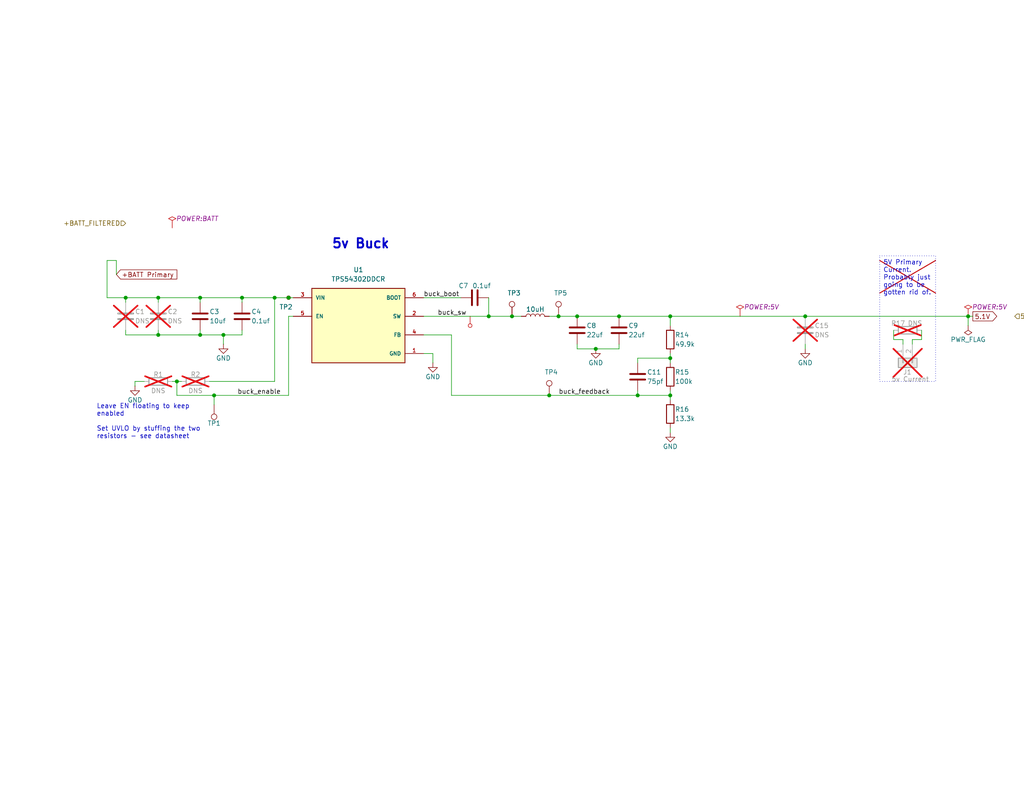
<source format=kicad_sch>
(kicad_sch (version 20231120) (generator "eeschema") (generator_version "8.0")
  (paper "A")
  (lib_symbols
    (symbol "Connector:TestPoint" (pin_numbers hide) (pin_names (offset 0.762) hide)
      (property "Reference" "TP" (at 0 6.858 0))
      (property "Value" "TestPoint" (at 0 5.08 0))
      (symbol "TestPoint_0_1"
        (circle (center 0 3.302) (radius 0.762))
      )
      (symbol "TestPoint_1_1"
        (pin passive line (at 0 0 90) (length 2.54) (name "1") (number "1"))
      )
    )
    (symbol "Connector:TestPoint_Small" (pin_numbers hide) (pin_names (offset 0.762) hide)
      (property "Reference" "TP" (at 0 3.81 0))
      (property "Value" "TestPoint_Small" (at 0 2.032 0))
      (symbol "TestPoint_Small_0_1"
        (circle (center 0 0) (radius 0.508))
      )
      (symbol "TestPoint_Small_1_1"
        (pin passive line (at 0 0 90) (length 0) (name "1") (number "1"))
      )
    )
    (symbol "Connector_Generic:Conn_01x02" (pin_names (offset 1.016) hide)
      (property "Reference" "J" (at 0 2.54 0))
      (property "Value" "Conn_01x02" (at 0 -5.08 0))
      (symbol "Conn_01x02_1_1"
        (rectangle (start -1.27 -2.413) (end 0 -2.667) (stroke (width 0.1524)))
        (rectangle (start -1.27 0.127) (end 0 -0.127) (stroke (width 0.1524)))
        (rectangle (start -1.27 1.27) (end 1.27 -3.81) (stroke (width 0.254)) (fill (type background)))
        (pin passive line (at -5.08 0 0) (length 3.81) (name "Pin_1") (number "1"))
        (pin passive line (at -5.08 -2.54 0) (length 3.81) (name "Pin_2") (number "2"))
      )
    )
    (symbol "Device:C" (pin_numbers hide) (pin_names (offset 0.254))
      (property "Reference" "C" (at 0.635 2.54 0))
      (property "Value" "C" (at 0.635 -2.54 0))
      (symbol "C_0_1"
        (polyline (pts (xy -2.032 -0.762) (xy 2.032 -0.762)) (stroke (width 0.508)))
        (polyline (pts (xy -2.032 0.762) (xy 2.032 0.762)) (stroke (width 0.508)))
      )
      (symbol "C_1_1"
        (pin passive line (at 0 3.81 270) (length 2.794) (name "~") (number "1"))
        (pin passive line (at 0 -3.81 90) (length 2.794) (name "~") (number "2"))
      )
    )
    (symbol "Device:L" (pin_numbers hide) (pin_names (offset 1.016) hide)
      (property "Reference" "L" (at -1.27 0 90))
      (property "Value" "L" (at 1.905 0 90))
      (symbol "L_0_1"
        (arc (start 0 -2.54) (mid 0.6323 -1.905) (end 0 -1.27))
        (arc (start 0 -1.27) (mid 0.6323 -0.635) (end 0 0))
        (arc (start 0 0) (mid 0.6323 0.635) (end 0 1.27))
        (arc (start 0 1.27) (mid 0.6323 1.905) (end 0 2.54))
      )
      (symbol "L_1_1"
        (pin passive line (at 0 3.81 270) (length 1.27) (name "1") (number "1"))
        (pin passive line (at 0 -3.81 90) (length 1.27) (name "2") (number "2"))
      )
    )
    (symbol "Device:R" (pin_numbers hide) (pin_names (offset 0))
      (property "Reference" "R" (at 2.032 0 90))
      (property "Value" "R" (at 0 0 90))
      (symbol "R_0_1"
        (rectangle (start -1.016 -2.54) (end 1.016 2.54) (stroke (width 0.254)))
      )
      (symbol "R_1_1"
        (pin passive line (at 0 3.81 270) (length 1.27) (name "~") (number "1"))
        (pin passive line (at 0 -3.81 90) (length 1.27) (name "~") (number "2"))
      )
    )
    (symbol "power:GND" (power) (pin_numbers hide) (pin_names (offset 0) hide)
      (property "Value" "GND" (at 0 -3.81 0))
      (symbol "GND_0_1"
        (polyline (pts (xy 0 0) (xy 0 -1.27) (xy 1.27 -1.27) (xy 0 -2.54) (xy -1.27 -1.27) (xy 0 -1.27)))
      )
      (symbol "GND_1_1"
        (pin power_in line (at 0 0 270) (length 0) (name "~") (number "1"))
      )
    )
    (symbol "power:PWR_FLAG" (power) (pin_numbers hide) (pin_names (offset 0) hide)
      (property "Value" "PWR_FLAG" (at 0 3.81 0))
      (symbol "PWR_FLAG_0_0"
        (pin power_out line (at 0 0 90) (length 0) (name "~") (number "1"))
      )
      (symbol "PWR_FLAG_0_1"
        (polyline (pts (xy 0 0) (xy 0 1.27) (xy -1.016 1.905) (xy 0 2.54) (xy 1.016 1.905) (xy 0 1.27)))
      )
    )
    (symbol "project_symbols:TPS54302DDCR" (pin_names (offset 1.016))
      (property "Reference" "U" (at -12.7 11.16 0))
      (property "Value" "TPS54302DDCR" (at -12.7 -11.62 0))
      (symbol "TPS54302DDCR_0_0"
        (rectangle (start -12.7 -10.16) (end 12.7 10.16) (stroke (width 0.254)) (fill (type background)))
        (pin power_in line (at 17.78 -7.62 180) (length 5.08) (name "GND") (number "1"))
        (pin output line (at 17.78 2.54 180) (length 5.08) (name "SW") (number "2"))
        (pin power_in line (at -17.78 7.62 0) (length 5.08) (name "VIN") (number "3"))
        (pin input line (at 17.78 -2.54 180) (length 5.08) (name "FB") (number "4"))
        (pin input line (at -17.78 2.54 0) (length 5.08) (name "EN") (number "5"))
        (pin output line (at 17.78 7.62 180) (length 5.08) (name "BOOT") (number "6"))
      )
    )
  )
  (junction (at 66.04 81.28))
  (junction (at 78.74 81.28))
  (junction (at 219.71 86.36))
  (junction (at 168.91 86.36))
  (junction (at 162.56 95.25))
  (junction (at 133.35 86.36))
  (junction (at 54.61 91.44))
  (junction (at 48.26 104.14))
  (junction (at 43.18 91.44))
  (junction (at 139.7 86.36))
  (junction (at 152.4 86.36))
  (junction (at 264.16 86.36))
  (junction (at 60.96 91.44))
  (junction (at 182.88 86.36))
  (junction (at 182.88 107.95))
  (junction (at 58.42 107.95))
  (junction (at 182.88 97.79))
  (junction (at 157.48 86.36))
  (junction (at 54.61 81.28))
  (junction (at 34.29 81.28))
  (junction (at 74.93 81.28))
  (junction (at 43.18 81.28))
  (junction (at 173.99 107.95))
  (junction (at 149.86 107.95))
  (wire (pts (xy 152.4 86.36) (xy 157.48 86.36)))
  (wire (pts (xy 182.88 106.68) (xy 182.88 107.95)))
  (wire (pts (xy 123.19 107.95) (xy 149.86 107.95)))
  (wire (pts (xy 162.56 95.25) (xy 168.91 95.25)))
  (wire (pts (xy 264.16 86.36) (xy 265.43 86.36)))
  (wire (pts (xy 74.93 81.28) (xy 74.93 104.14)))
  (wire (pts (xy 48.26 104.14) (xy 49.53 104.14)))
  (wire (pts (xy 149.86 86.36) (xy 152.4 86.36)))
  (wire (pts (xy 66.04 91.44) (xy 66.04 90.17)))
  (wire (pts (xy 60.96 91.44) (xy 54.61 91.44)))
  (wire (pts (xy 58.42 107.95) (xy 78.74 107.95)))
  (wire (pts (xy 78.74 86.36) (xy 80.01 86.36)))
  (wire (pts (xy 123.19 91.44) (xy 123.19 107.95)))
  (wire (pts (xy 74.93 81.28) (xy 78.74 81.28)))
  (wire (pts (xy 182.88 86.36) (xy 219.71 86.36)))
  (wire (pts (xy 48.26 107.95) (xy 48.26 104.14)))
  (wire (pts (xy 58.42 110.49) (xy 58.42 107.95)))
  (wire (pts (xy 182.88 116.84) (xy 182.88 118.11)))
  (wire (pts (xy 173.99 107.95) (xy 182.88 107.95)))
  (wire (pts (xy 29.21 71.12) (xy 29.21 81.28)))
  (wire (pts (xy 157.48 95.25) (xy 162.56 95.25)))
  (wire (pts (xy 54.61 81.28) (xy 66.04 81.28)))
  (wire (pts (xy 43.18 81.28) (xy 43.18 82.55)))
  (wire (pts (xy 173.99 106.68) (xy 173.99 107.95)))
  (wire (pts (xy 173.99 97.79) (xy 182.88 97.79)))
  (wire (pts (xy 243.84 92.71) (xy 243.84 90.17)))
  (wire (pts (xy 219.71 93.98) (xy 219.71 95.25)))
  (wire (pts (xy 133.35 86.36) (xy 139.7 86.36)))
  (wire (pts (xy 46.99 104.14) (xy 48.26 104.14)))
  (wire (pts (xy 219.71 86.36) (xy 264.16 86.36)))
  (wire (pts (xy 36.83 105.41) (xy 36.83 104.14)))
  (wire (pts (xy 31.75 71.12) (xy 31.75 74.93)))
  (wire (pts (xy 43.18 91.44) (xy 54.61 91.44)))
  (polyline (pts (xy 240.03 80.01) (xy 255.27 71.12)) (stroke (width 0.254) (type solid) (color 194 0 0 1)))
  (wire (pts (xy 168.91 95.25) (xy 168.91 93.98)))
  (wire (pts (xy 149.86 107.95) (xy 173.99 107.95)))
  (wire (pts (xy 43.18 81.28) (xy 54.61 81.28)))
  (wire (pts (xy 139.7 86.36) (xy 142.24 86.36)))
  (wire (pts (xy 66.04 81.28) (xy 74.93 81.28)))
  (wire (pts (xy 34.29 91.44) (xy 43.18 91.44)))
  (wire (pts (xy 182.88 96.52) (xy 182.88 97.79)))
  (wire (pts (xy 29.21 81.28) (xy 34.29 81.28)))
  (wire (pts (xy 168.91 86.36) (xy 182.88 86.36)))
  (wire (pts (xy 133.35 86.36) (xy 133.35 81.28)))
  (wire (pts (xy 118.11 96.52) (xy 118.11 99.06)))
  (wire (pts (xy 115.57 96.52) (xy 118.11 96.52)))
  (wire (pts (xy 31.75 71.12) (xy 29.21 71.12)))
  (wire (pts (xy 57.15 104.14) (xy 74.93 104.14)))
  (wire (pts (xy 248.92 92.71) (xy 248.92 93.98)))
  (wire (pts (xy 264.16 88.9) (xy 264.16 86.36)))
  (wire (pts (xy 182.88 86.36) (xy 182.88 88.9)))
  (wire (pts (xy 34.29 81.28) (xy 43.18 81.28)))
  (wire (pts (xy 157.48 95.25) (xy 157.48 93.98)))
  (wire (pts (xy 43.18 90.17) (xy 43.18 91.44)))
  (wire (pts (xy 115.57 86.36) (xy 133.35 86.36)))
  (wire (pts (xy 66.04 82.55) (xy 66.04 81.28)))
  (wire (pts (xy 251.46 92.71) (xy 251.46 90.17)))
  (wire (pts (xy 173.99 99.06) (xy 173.99 97.79)))
  (wire (pts (xy 182.88 107.95) (xy 182.88 109.22)))
  (wire (pts (xy 246.38 92.71) (xy 243.84 92.71)))
  (wire (pts (xy 60.96 93.98) (xy 60.96 91.44)))
  (wire (pts (xy 157.48 86.36) (xy 168.91 86.36)))
  (wire (pts (xy 115.57 81.28) (xy 125.73 81.28)))
  (polyline (pts (xy 255.27 80.01) (xy 240.03 71.12)) (stroke (width 0.254) (type solid) (color 194 0 0 1)))
  (wire (pts (xy 246.38 92.71) (xy 246.38 93.98)))
  (wire (pts (xy 66.04 91.44) (xy 60.96 91.44)))
  (wire (pts (xy 54.61 82.55) (xy 54.61 81.28)))
  (wire (pts (xy 34.29 90.17) (xy 34.29 91.44)))
  (wire (pts (xy 248.92 92.71) (xy 251.46 92.71)))
  (wire (pts (xy 78.74 86.36) (xy 78.74 107.95)))
  (wire (pts (xy 48.26 107.95) (xy 58.42 107.95)))
  (wire (pts (xy 78.74 81.28) (xy 80.01 81.28)))
  (wire (pts (xy 54.61 91.44) (xy 54.61 90.17)))
  (wire (pts (xy 182.88 97.79) (xy 182.88 99.06)))
  (wire (pts (xy 123.19 91.44) (xy 115.57 91.44)))
  (wire (pts (xy 34.29 81.28) (xy 34.29 82.55)))
  (wire (pts (xy 36.83 104.14) (xy 39.37 104.14)))
  (rectangle (start 240.03 69.85) (end 255.27 104.14) (stroke (width 0) (type dot)))
  (text_box "Leave EN floating to keep enabled\n\nSet UVLO by stuffing the two resistors - see datasheet" (at 25.4 109.22 0) (size 30.48 11.43) (stroke (width -0.0001)) (effects (font (size 1.27 1.27)) (justify left bottom)))
  (text_box "5V Primary Current. Probably just going to be gotten rid of." (at 240.03 69.85 0) (size 15.24 8.89) (stroke (width -0.0001)) (effects (font (size 1.27 1.27)) (justify left top)))
  (text "5v Buck" (at 98.425 66.675 0) (effects (font (size 2.54 2.54) (thickness 0.508) (bold yes))))
  (label "buck_boot" (at 115.57 81.28 0))
  (label "buck_sw" (at 119.38 86.36 0))
  (label "buck_feedback" (at 152.4 107.95 0))
  (label "buck_enable" (at 64.77 107.95 0))
  (global_label "+BATT Primary" (shape input) (at 31.75 74.93 0) (property "Intersheetrefs" "${INTERSHEET_REFS}" (effects (hide yes))))
  (global_label "5.1V" (shape output) (at 265.43 86.36 0) (property "Intersheetrefs" "${INTERSHEET_REFS}" (effects (hide yes))))
  (hierarchical_label "5.1V_BUCK_OUTPUT" (shape input) (at 276.86 86.36 0))
  (hierarchical_label "+BATT_FILTERED" (shape input) (at 34.29 60.96 180))
  (netclass_flag "" (length 2.54) (shape diamond) (at 201.93 86.36 0) (property "Netclass" "POWER:5V" (at 202.946 83.82 0) (effects (font (italic yes)) (justify left))))
  (netclass_flag "" (length 2.54) (shape diamond) (at 46.99 62.23 0) (property "Netclass" "POWER:BATT" (at 48.006 59.69 0) (effects (font (italic yes)) (justify left))))
  (netclass_flag "" (length 2.54) (shape diamond) (at 264.16 86.36 0) (property "Netclass" "POWER:5V" (at 265.176 83.82 0) (effects (font (italic yes)) (justify left))))
  (netclass_flag "" (length 2.54) (shape round) (at 128.27 86.36 180) (property "Netclass" "POWER:5V" (effects (hide yes))))
  (symbol (lib_id "Device:R") (at 182.88 102.87 0) (unit 1)
    (property "Reference" "R15" (at 184.15 101.6 0) (effects (justify left)))
    (property "Value" "100k" (at 184.15 104.14 0) (effects (justify left)))
    (property "Footprint" "Resistor_SMD:R_0603_1608Metric_Pad0.98x0.95mm_HandSolder" (effects (hide yes)))
    (property "Datasheet" "RMCF0603FT100K" (effects (hide yes)))
    (property "Description" "Resistor" (effects (hide yes)))
  )
  (symbol (lib_id "power:GND") (at 219.71 95.25 0) (mirror y) (unit 1)
    (property "Reference" "#PWR019" (effects (hide yes)))
    (property "Value" "GND" (at 219.71 99.06 0))
    (property "Description" "Power symbol creates a global label with name \"GND\" , ground" (effects (hide yes)))
  )
  (symbol (lib_id "Device:C") (at 173.99 102.87 0) (unit 1)
    (property "Reference" "C11" (at 176.53 101.6 0) (effects (justify left)))
    (property "Value" "75pf" (at 176.53 104.14 0) (effects (justify left)))
    (property "Footprint" "Capacitor_SMD:C_0603_1608Metric_Pad1.08x0.95mm_HandSolder" (effects (hide yes)))
    (property "Datasheet" "CC0603JRNPO9BN750" (effects (hide yes)))
    (property "Description" "Unpolarized capacitor" (effects (hide yes)))
  )
  (symbol (lib_id "Device:C") (at 129.54 81.28 90) (unit 1)
    (property "Reference" "C7" (at 125.095 78.74 90) (effects (justify right top)))
    (property "Value" "0.1uf" (at 133.985 78.74 90) (effects (justify left top)))
    (property "Footprint" "Capacitor_SMD:C_0603_1608Metric_Pad1.08x0.95mm_HandSolder" (effects (hide yes)))
    (property "Datasheet" "CL10B104KB8NNWC" (effects (hide yes)))
    (property "Description" "Unpolarized capacitor" (effects (hide yes)))
  )
  (symbol (lib_id "Device:R") (at 182.88 113.03 0) (unit 1)
    (property "Reference" "R16" (at 184.15 111.76 0) (effects (justify left)))
    (property "Value" "13.3k" (at 184.15 114.3 0) (effects (justify left)))
    (property "Footprint" "Resistor_SMD:R_0603_1608Metric_Pad0.98x0.95mm_HandSolder" (effects (hide yes)))
    (property "Datasheet" "RMCF0603FT13K3" (effects (hide yes)))
    (property "Description" "Resistor" (effects (hide yes)))
  )
  (symbol (lib_id "power:GND") (at 60.96 93.98 0) (unit 1)
    (property "Reference" "#PWR04" (effects (hide yes)))
    (property "Value" "GND" (at 60.96 97.79 0))
    (property "Description" "Power symbol creates a global label with name \"GND\" , ground" (effects (hide yes)))
  )
  (symbol (lib_id "Device:C") (at 157.48 90.17 0) (unit 1)
    (property "Reference" "C8" (at 160.02 88.9 0) (effects (justify left)))
    (property "Value" "22uf" (at 160.02 91.44 0) (effects (justify left)))
    (property "Footprint" "Capacitor_SMD:C_1210_3225Metric" (effects (hide yes)))
    (property "Datasheet" "~CL32A226MAJNNNE" (effects (hide yes)))
    (property "Description" "Unpolarized capacitor" (effects (hide yes)))
  )
  (symbol (lib_id "power:GND") (at 118.11 99.06 0) (unit 1)
    (property "Reference" "#PWR012" (effects (hide yes)))
    (property "Value" "GND" (at 118.11 102.87 0))
    (property "Description" "Power symbol creates a global label with name \"GND\" , ground" (effects (hide yes)))
  )
  (symbol (lib_id "Device:C") (at 66.04 86.36 0) (unit 1)
    (property "Reference" "C4" (at 68.58 85.09 0) (effects (justify left)))
    (property "Value" "0.1uf" (at 68.58 87.63 0) (effects (justify left)))
    (property "Footprint" "Capacitor_SMD:C_0603_1608Metric_Pad1.08x0.95mm_HandSolder" (effects (hide yes)))
    (property "Datasheet" "CL10B104KB8NNWC" (effects (hide yes)))
    (property "Description" "Unpolarized capacitor" (effects (hide yes)))
  )
  (symbol (lib_id "power:GND") (at 36.83 105.41 0) (unit 1)
    (property "Reference" "#PWR01" (effects (hide yes)))
    (property "Value" "GND" (at 36.83 109.22 0))
    (property "Description" "Power symbol creates a global label with name \"GND\" , ground" (effects (hide yes)))
  )
  (symbol (lib_id "Device:R") (at 182.88 92.71 0) (unit 1)
    (property "Reference" "R14" (at 184.15 91.44 0) (effects (justify left)))
    (property "Value" "49.9k" (at 184.15 93.98 0) (effects (justify left)))
    (property "Footprint" "Resistor_SMD:R_0603_1608Metric_Pad0.98x0.95mm_HandSolder" (effects (hide yes)))
    (property "Datasheet" "RMCF0603FT49K9" (effects (hide yes)))
    (property "Description" "Resistor" (effects (hide yes)))
  )
  (symbol (lib_id "project_symbols:TPS54302DDCR") (at 97.79 88.9 0) (unit 1)
    (property "Reference" "U1" (at 97.79 73.66 0))
    (property "Value" "TPS54302DDCR" (at 97.79 76.2 0))
    (property "Footprint" "footprints:SOT95P280X110-6N" (effects (hide yes)))
    (property "Datasheet" "TPS54302DDCR" (effects (hide yes)))
    (property "PARTREV" "A" (effects (hide yes)))
    (property "STANDARD" "IPC-7351B" (effects (hide yes)))
    (property "MAXIMUM_PACKAGE_HEIGHT" "1.10 mm" (effects (hide yes)))
    (property "MANUFACTURER" "Texas Instruments" (effects (hide yes)))
  )
  (symbol (lib_id "Device:C") (at 43.18 86.36 0) (unit 1) (dnp yes)
    (property "Reference" "C2" (at 45.72 85.09 0) (effects (justify left)))
    (property "Value" "DNS" (at 45.72 87.63 0) (effects (justify left)))
    (property "Footprint" "Capacitor_SMD:C_1210_3225Metric_Pad1.33x2.70mm_HandSolder" (effects (hide yes)))
    (property "Datasheet" "n/a" (effects (hide yes)))
    (property "Description" "Unpolarized capacitor" (effects (hide yes)))
  )
  (symbol (lib_id "power:GND") (at 182.88 118.11 0) (unit 1)
    (property "Reference" "#PWR018" (effects (hide yes)))
    (property "Value" "GND" (at 182.88 121.92 0))
    (property "Description" "Power symbol creates a global label with name \"GND\" , ground" (effects (hide yes)))
  )
  (symbol (lib_id "Connector_Generic:Conn_01x02") (at 246.38 99.06 90) (mirror x) (unit 1) (exclude_from_sim yes) (in_bom no) (on_board no) (dnp yes)
    (property "Reference" "J1" (at 246.38 101.6 90) (effects (justify right)))
    (property "Value" "5v Current" (at 243.205 103.505 90) (effects (justify right)))
    (property "Footprint" "Connector_PinSocket_2.54mm:PinSocket_1x02_P2.54mm_Vertical" (effects (hide yes)))
    (property "Datasheet" "n/a" (effects (hide yes)))
    (property "Description" "Generic connector, single row, 01x02, script generated (kicad-library-utils/schlib/autogen/connector/)" (effects (hide yes)))
  )
  (symbol (lib_id "Device:R") (at 53.34 104.14 90) (unit 1) (dnp yes)
    (property "Reference" "R2" (at 53.34 102.235 90))
    (property "Value" "DNS" (at 53.34 106.68 90))
    (property "Footprint" "Resistor_SMD:R_0603_1608Metric_Pad0.98x0.95mm_HandSolder" (effects (hide yes)))
    (property "Datasheet" "n/a" (effects (hide yes)))
    (property "Description" "Resistor" (effects (hide yes)))
  )
  (symbol (lib_id "Connector:TestPoint") (at 58.42 110.49 180) (unit 1)
    (property "Reference" "TP1" (at 58.42 115.57 0))
    (property "Value" "TestPoint" (effects (hide yes)))
    (property "Footprint" "TestPoint:TestPoint_Pad_D1.0mm" (effects (hide yes)))
    (property "Datasheet" "n/a" (effects (hide yes)))
    (property "Description" "test point" (effects (hide yes)))
  )
  (symbol (lib_id "Connector:TestPoint") (at 152.4 86.36 0) (unit 1)
    (property "Reference" "TP5" (at 151.13 80.01 0) (effects (justify left)))
    (property "Value" "TestPoint" (effects (hide yes)))
    (property "Description" "test point" (effects (hide yes)))
  )
  (symbol (lib_id "power:GND") (at 162.56 95.25 0) (mirror y) (unit 1)
    (property "Reference" "#PWR016" (effects (hide yes)))
    (property "Value" "GND" (at 162.56 99.06 0))
    (property "Description" "Power symbol creates a global label with name \"GND\" , ground" (effects (hide yes)))
  )
  (symbol (lib_id "Device:C") (at 219.71 90.17 0) (unit 1) (dnp yes)
    (property "Reference" "C15" (at 222.25 88.9 0) (effects (justify left)))
    (property "Value" "DNS" (at 222.25 91.44 0) (effects (justify left)))
    (property "Footprint" "Capacitor_SMD:C_1210_3225Metric_Pad1.33x2.70mm_HandSolder" (effects (hide yes)))
    (property "Datasheet" "n/a" (effects (hide yes)))
    (property "Description" "Unpolarized capacitor" (effects (hide yes)))
  )
  (symbol (lib_id "Connector:TestPoint") (at 139.7 86.36 0) (unit 1)
    (property "Reference" "TP3" (at 138.43 80.01 0) (effects (justify left)))
    (property "Value" "TestPoint" (effects (hide yes)))
    (property "Description" "test point" (effects (hide yes)))
  )
  (symbol (lib_id "Device:C") (at 34.29 86.36 0) (unit 1) (dnp yes)
    (property "Reference" "C1" (at 36.83 85.09 0) (effects (justify left)))
    (property "Value" "DNS" (at 36.83 87.63 0) (effects (justify left)))
    (property "Footprint" "Capacitor_SMD:C_1210_3225Metric_Pad1.33x2.70mm_HandSolder" (effects (hide yes)))
    (property "Datasheet" "n/a" (effects (hide yes)))
    (property "Description" "Unpolarized capacitor" (effects (hide yes)))
  )
  (symbol (lib_id "Device:R") (at 43.18 104.14 90) (unit 1) (dnp yes)
    (property "Reference" "R1" (at 43.18 102.235 90))
    (property "Value" "DNS" (at 43.18 106.68 90))
    (property "Footprint" "Resistor_SMD:R_0603_1608Metric_Pad0.98x0.95mm_HandSolder" (effects (hide yes)))
    (property "Datasheet" "n/a" (effects (hide yes)))
    (property "Description" "Resistor" (effects (hide yes)))
  )
  (symbol (lib_id "Connector:TestPoint_Small") (at 78.74 81.28 270) (mirror x) (unit 1)
    (property "Reference" "TP2" (at 76.2 83.82 90) (effects (justify left)))
    (property "Value" "TestPoint" (effects (hide yes)))
    (property "Footprint" "TestPoint:TestPoint_Pad_D1.0mm" (effects (hide yes)))
    (property "Datasheet" "n/a" (effects (hide yes)))
    (property "Description" "test point" (effects (hide yes)))
  )
  (symbol (lib_id "Device:C") (at 54.61 86.36 0) (unit 1)
    (property "Reference" "C3" (at 57.15 85.09 0) (effects (justify left)))
    (property "Value" "10uf" (at 57.15 87.63 0) (effects (justify left)))
    (property "Footprint" "Capacitor_SMD:C_1210_3225Metric" (effects (hide yes)))
    (property "Datasheet" "CL32B106KBJNNNE" (effects (hide yes)))
    (property "Description" "Unpolarized capacitor" (effects (hide yes)))
  )
  (symbol (lib_id "Device:R") (at 247.65 90.17 90) (unit 1) (exclude_from_sim yes) (in_bom no) (on_board no) (dnp yes)
    (property "Reference" "R17" (at 247.015 88.265 90) (effects (justify left)))
    (property "Value" "DNS" (at 247.65 88.265 90) (effects (justify right)))
    (property "Footprint" "Resistor_SMD:R_0603_1608Metric_Pad0.98x0.95mm_HandSolder" (effects (hide yes)))
    (property "Datasheet" "n/a" (effects (hide yes)))
    (property "Description" "Resistor" (effects (hide yes)))
  )
  (symbol (lib_id "power:PWR_FLAG") (at 264.16 88.9 180) (unit 1)
    (property "Reference" "#FLG01" (effects (hide yes)))
    (property "Value" "PWR_FLAG" (at 264.16 92.71 0))
    (property "Description" "Special symbol for telling ERC where power comes from" (effects (hide yes)))
  )
  (symbol (lib_id "Connector:TestPoint") (at 149.86 107.95 0) (unit 1)
    (property "Reference" "TP4" (at 148.59 101.6 0) (effects (justify left)))
    (property "Value" "TestPoint" (effects (hide yes)))
    (property "Description" "test point" (effects (hide yes)))
  )
  (symbol (lib_id "Device:L") (at 146.05 86.36 270) (mirror x) (unit 1)
    (property "Reference" "L1" (effects (hide yes)))
    (property "Value" "10uH" (at 146.05 84.455 90))
    (property "Footprint" "footprints:IND_SRU1048-100Y" (effects (hide yes)))
    (property "Datasheet" "SRU1048A-100Y" (effects (hide yes)))
    (property "Description" "Inductor" (effects (hide yes)))
  )
  (symbol (lib_id "Device:C") (at 168.91 90.17 0) (unit 1)
    (property "Reference" "C9" (at 171.45 88.9 0) (effects (justify left)))
    (property "Value" "22uf" (at 171.45 91.44 0) (effects (justify left)))
    (property "Footprint" "Capacitor_SMD:C_1210_3225Metric" (effects (hide yes)))
    (property "Datasheet" "~CL32A226MAJNNNE" (effects (hide yes)))
    (property "Description" "Unpolarized capacitor" (effects (hide yes)))
  )
)
</source>
